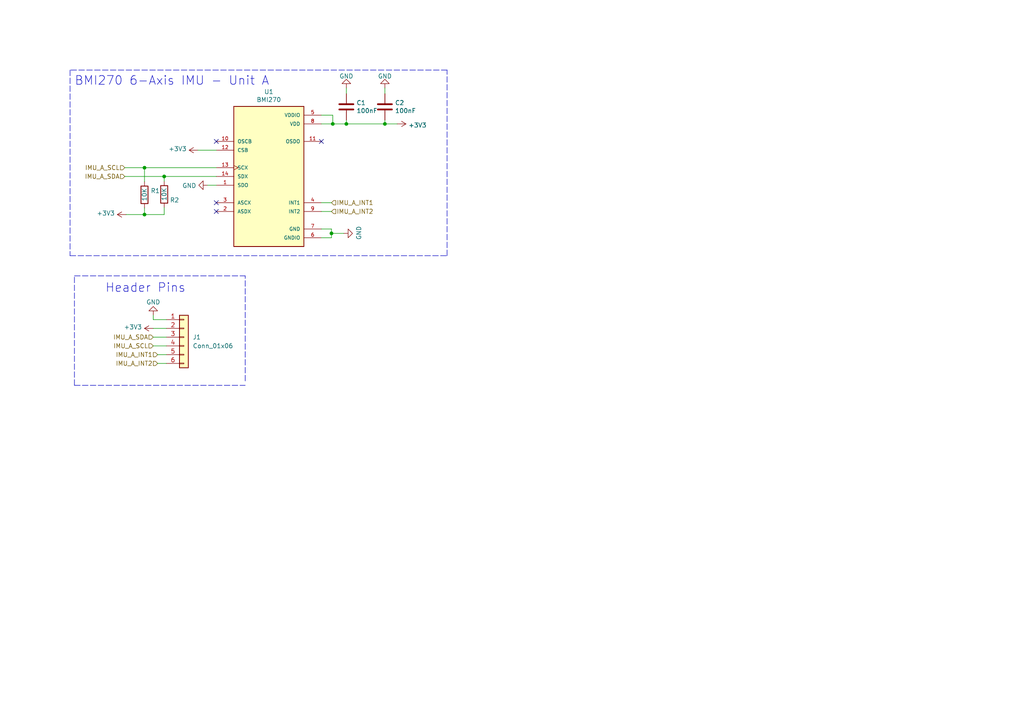
<source format=kicad_sch>
(kicad_sch (version 20211123) (generator eeschema)
  (paper "A4")
  (title_block (title "IMU Breakout Unit ") (rev "Rev 1.0") (company "Space@VT") (comment 1 "Edited by: Kylie Angel"))
  (lib_symbols
    (symbol "Connector_Generic:Conn_01x06" (pin_names (offset 1.016) hide)
      (property "Reference" "J" (at 0 7.62 0))
      (property "Value" "Conn_01x06" (at 0 -10.16 0))
      (symbol "Conn_01x06_1_1"
        (rectangle (start -1.27 -7.493) (end 0 -7.747) (stroke (width 0.1524)))
        (rectangle (start -1.27 -4.953) (end 0 -5.207) (stroke (width 0.1524)))
        (rectangle (start -1.27 -2.413) (end 0 -2.667) (stroke (width 0.1524)))
        (rectangle (start -1.27 0.127) (end 0 -0.127) (stroke (width 0.1524)))
        (rectangle (start -1.27 2.667) (end 0 2.413) (stroke (width 0.1524)))
        (rectangle (start -1.27 5.207) (end 0 4.953) (stroke (width 0.1524)))
        (rectangle (start -1.27 6.35) (end 1.27 -8.89) (stroke (width 0.254)) (fill (type background)))
        (pin passive line (at -5.08 5.08 0) (length 3.81) (name "Pin_1") (number "1"))
        (pin passive line (at -5.08 2.54 0) (length 3.81) (name "Pin_2") (number "2"))
        (pin passive line (at -5.08 0 0) (length 3.81) (name "Pin_3") (number "3"))
        (pin passive line (at -5.08 -2.54 0) (length 3.81) (name "Pin_4") (number "4"))
        (pin passive line (at -5.08 -5.08 0) (length 3.81) (name "Pin_5") (number "5"))
        (pin passive line (at -5.08 -7.62 0) (length 3.81) (name "Pin_6") (number "6"))
      )
    )
    (symbol "Device:C" (pin_numbers hide) (pin_names (offset 0.254))
      (property "Reference" "C" (at 0.635 2.54 0))
      (property "Value" "C" (at 0.635 -2.54 0))
      (symbol "C_0_1"
        (polyline (pts (xy -2.032 -0.762) (xy 2.032 -0.762)) (stroke (width 0.508)))
        (polyline (pts (xy -2.032 0.762) (xy 2.032 0.762)) (stroke (width 0.508)))
      )
      (symbol "C_1_1"
        (pin passive line (at 0 3.81 270) (length 2.794) (name "~") (number "1"))
        (pin passive line (at 0 -3.81 90) (length 2.794) (name "~") (number "2"))
      )
    )
    (symbol "Device:R" (pin_numbers hide) (pin_names (offset 0))
      (property "Reference" "R" (at 2.032 0 90))
      (property "Value" "R" (at 0 0 90))
      (symbol "R_0_1"
        (rectangle (start -1.016 -2.54) (end 1.016 2.54) (stroke (width 0.254)))
      )
      (symbol "R_1_1"
        (pin passive line (at 0 3.81 270) (length 1.27) (name "~") (number "1"))
        (pin passive line (at 0 -3.81 90) (length 1.27) (name "~") (number "2"))
      )
    )
    (symbol "InertialMeasurementUnits:BMI270" (pin_names (offset 1.016))
      (property "Reference" "U" (at -10.16 21.082 0))
      (property "Value" "InertialMeasurementUnits_BMI270" (at -10.16 -22.86 0))
      (symbol "BMI270_0_0"
        (rectangle (start -10.16 -20.32) (end 10.16 20.32) (stroke (width 0.254)) (fill (type background)))
        (pin bidirectional line (at -15.24 -2.54 0) (length 5.08) (name "SDO") (number "1"))
        (pin input line (at -15.24 10.16 0) (length 5.08) (name "OSCB") (number "10"))
        (pin output line (at 15.24 10.16 180) (length 5.08) (name "OSDO") (number "11"))
        (pin input line (at -15.24 7.62 0) (length 5.08) (name "CSB") (number "12"))
        (pin input clock (at -15.24 2.54 0) (length 5.08) (name "SCX") (number "13"))
        (pin bidirectional line (at -15.24 0 0) (length 5.08) (name "SDX") (number "14"))
        (pin bidirectional line (at -15.24 -10.16 0) (length 5.08) (name "ASDX") (number "2"))
        (pin bidirectional line (at -15.24 -7.62 0) (length 5.08) (name "ASCX") (number "3"))
        (pin bidirectional line (at 15.24 -7.62 180) (length 5.08) (name "INT1") (number "4"))
        (pin power_in line (at 15.24 17.78 180) (length 5.08) (name "VDDIO") (number "5"))
        (pin power_in line (at 15.24 -17.78 180) (length 5.08) (name "GNDIO") (number "6"))
        (pin power_in line (at 15.24 -15.24 180) (length 5.08) (name "GND") (number "7"))
        (pin power_in line (at 15.24 15.24 180) (length 5.08) (name "VDD") (number "8"))
        (pin bidirectional line (at 15.24 -10.16 180) (length 5.08) (name "INT2") (number "9"))
      )
    )
    (symbol "power:+3.3V" (power) (pin_names (offset 0))
      (property "Value" "+3.3V" (at 0 3.556 0))
      (symbol "+3.3V_0_1"
        (polyline (pts (xy -0.762 1.27) (xy 0 2.54)))
        (polyline (pts (xy 0 0) (xy 0 2.54)))
        (polyline (pts (xy 0 2.54) (xy 0.762 1.27)))
      )
      (symbol "+3.3V_1_1"
        (pin power_in line (at 0 0 90) (length 0) hide (name "+3V3") (number "1"))
      )
    )
    (symbol "power:GND" (power) (pin_names (offset 0))
      (property "Value" "GND" (at 0 -3.81 0))
      (symbol "GND_0_1"
        (polyline (pts (xy 0 0) (xy 0 -1.27) (xy 1.27 -1.27) (xy 0 -2.54) (xy -1.27 -1.27) (xy 0 -1.27)))
      )
      (symbol "GND_1_1"
        (pin power_in line (at 0 0 270) (length 0) hide (name "GND") (number "1"))
      )
    )
  )
  (junction (at 41.91 48.641))
  (junction (at 47.625 51.181))
  (junction (at 41.91 62.23))
  (junction (at 100.457 35.941))
  (junction (at 96.139 67.691))
  (junction (at 96.52 35.941))
  (junction (at 111.633 35.941))
  (no_connect (at 62.738 58.801))
  (no_connect (at 62.738 61.341))
  (no_connect (at 93.218 41.021))
  (no_connect (at 62.738 41.021))
  (wire (pts (xy 44.45 92.71) (xy 44.45 91.44)))
  (wire (pts (xy 57.404 43.561) (xy 62.738 43.561)))
  (wire (pts (xy 36.195 51.181) (xy 47.625 51.181)))
  (wire (pts (xy 47.625 51.181) (xy 62.738 51.181)))
  (wire (pts (xy 41.91 52.705) (xy 41.91 48.641)))
  (wire (pts (xy 48.26 92.71) (xy 44.45 92.71)))
  (wire (pts (xy 93.218 61.341) (xy 96.139 61.341)))
  (wire (pts (xy 96.52 33.401) (xy 96.52 35.941)))
  (wire (pts (xy 111.633 34.798) (xy 111.633 35.941)))
  (polyline (pts (xy 21.59 111.76) (xy 71.12 111.76)))
  (wire (pts (xy 45.72 102.87) (xy 48.26 102.87)))
  (polyline (pts (xy 21.59 80.01) (xy 71.12 80.01)))
  (wire (pts (xy 62.738 53.721) (xy 60.198 53.721)))
  (wire (pts (xy 44.45 95.25) (xy 48.26 95.25)))
  (wire (pts (xy 99.695 67.691) (xy 96.139 67.691)))
  (wire (pts (xy 41.91 48.641) (xy 62.738 48.641)))
  (wire (pts (xy 47.625 52.578) (xy 47.625 51.181)))
  (wire (pts (xy 96.52 35.941) (xy 100.457 35.941)))
  (wire (pts (xy 100.457 35.941) (xy 100.457 34.798)))
  (wire (pts (xy 93.218 66.421) (xy 96.139 66.421)))
  (wire (pts (xy 100.457 27.178) (xy 100.457 25.527)))
  (polyline (pts (xy 71.12 110.49) (xy 71.12 80.01)))
  (wire (pts (xy 111.633 27.178) (xy 111.633 25.527)))
  (wire (pts (xy 93.218 35.941) (xy 96.52 35.941)))
  (wire (pts (xy 93.218 68.961) (xy 96.139 68.961)))
  (wire (pts (xy 93.218 33.401) (xy 96.52 33.401)))
  (wire (pts (xy 45.72 105.41) (xy 48.26 105.41)))
  (wire (pts (xy 47.625 62.23) (xy 47.625 60.198)))
  (wire (pts (xy 36.195 48.641) (xy 41.91 48.641)))
  (polyline (pts (xy 129.667 74.168) (xy 129.667 20.32)))
  (wire (pts (xy 100.457 35.941) (xy 111.633 35.941)))
  (polyline (pts (xy 20.32 20.32) (xy 20.32 74.168)))
  (polyline (pts (xy 21.59 111.76) (xy 21.59 80.01)))
  (wire (pts (xy 111.633 35.941) (xy 115.189 35.941)))
  (wire (pts (xy 44.45 97.79) (xy 48.26 97.79)))
  (wire (pts (xy 36.576 62.23) (xy 41.91 62.23)))
  (wire (pts (xy 93.218 58.801) (xy 96.139 58.801)))
  (polyline (pts (xy 20.32 74.168) (xy 129.667 74.168)))
  (wire (pts (xy 96.139 67.691) (xy 96.139 68.961)))
  (wire (pts (xy 44.45 100.33) (xy 48.26 100.33)))
  (wire (pts (xy 41.91 62.23) (xy 47.625 62.23)))
  (wire (pts (xy 96.139 66.421) (xy 96.139 67.691)))
  (polyline (pts (xy 129.667 20.32) (xy 20.32 20.32)))
  (wire (pts (xy 41.91 60.325) (xy 41.91 62.23)))
  (text "BMI270 6-Axis IMU - Unit A" (at 21.59 25.019 0) (effects (font (size 2.54 2.54)) (justify left bottom)))
  (text "Header Pins" (at 30.48 85.09 0) (effects (font (size 2.54 2.54)) (justify left bottom)))
  (hierarchical_label "IMU_A_INT2" (shape input) (at 45.72 105.41 180))
  (hierarchical_label "IMU_A_SDA" (shape input) (at 36.195 51.181 180))
  (hierarchical_label "IMU_A_INT2" (shape input) (at 96.139 61.341 0))
  (hierarchical_label "IMU_A_INT1" (shape input) (at 45.72 102.87 180))
  (hierarchical_label "IMU_A_SDA" (shape input) (at 44.45 97.79 180))
  (hierarchical_label "IMU_A_SCL" (shape input) (at 36.195 48.641 180))
  (hierarchical_label "IMU_A_INT1" (shape input) (at 96.139 58.801 0))
  (hierarchical_label "IMU_A_SCL" (shape input) (at 44.45 100.33 180))
  (symbol (lib_id "Connector_Generic:Conn_01x06") (at 53.34 97.79 0) (unit 1)
    (property "Reference" "J1" (at 55.88 97.7899 0) (effects (justify left)))
    (property "Value" "Conn_01x06" (at 55.88 100.3299 0) (effects (justify left)))
    (property "Footprint" "Connector_PinHeader_2.54mm:PinHeader_1x06_P2.54mm_Vertical" (effects hide))
  )
  (symbol (lib_id "power:GND") (at 100.457 25.527 180) (unit 1)
    (property "Reference" "#PWR0106" (effects hide))
    (property "Value" "GND" (at 100.457 22.098 0))
  )
  (symbol (lib_id "power:+3.3V") (at 57.404 43.561 90) (unit 1)
    (property "Reference" "#PWR0103" (effects hide))
    (property "Value" "+3.3V" (at 54.1528 43.18 90) (effects (justify left)))
  )
  (symbol (lib_id "power:+3.3V") (at 36.576 62.23 90) (unit 1)
    (property "Reference" "#PWR0101" (effects hide))
    (property "Value" "+3.3V" (at 33.3248 61.849 90) (effects (justify left)))
  )
  (symbol (lib_id "Device:C") (at 100.457 30.988 0) (unit 1)
    (property "Reference" "C1" (at 103.378 29.8196 0) (effects (justify left)))
    (property "Value" "100nF" (at 103.378 32.131 0) (effects (justify left)))
    (property "Footprint" "Capacitor_SMD:C_0603_1608Metric" (effects hide))
    (property "Datasheet" "https://content.kemet.com/datasheets/KEM_C1002_X7R_SMD.pdf" (effects hide))
    (property "MPN" "C0603C104J4RAC7867" (effects hide))
  )
  (symbol (lib_id "power:GND") (at 99.695 67.691 90) (unit 1)
    (property "Reference" "#PWR0102" (effects hide))
    (property "Value" "GND" (at 104.0892 67.564 0))
  )
  (symbol (lib_id "Device:R") (at 47.625 56.388 0) (unit 1)
    (property "Reference" "R2" (at 49.276 58.039 0) (effects (justify left)))
    (property "Value" "10K" (at 47.625 58.293 90) (effects (justify left)))
    (property "Footprint" "Resistor_SMD:R_0603_1608Metric" (effects hide))
    (property "MPN" "RMCF0603FT10K0" (effects hide))
  )
  (symbol (lib_id "Device:C") (at 111.633 30.988 0) (unit 1)
    (property "Reference" "C2" (at 114.554 29.8196 0) (effects (justify left)))
    (property "Value" "100nF" (at 114.554 32.131 0) (effects (justify left)))
    (property "Footprint" "Capacitor_SMD:C_0603_1608Metric" (effects hide))
    (property "Datasheet" "https://content.kemet.com/datasheets/KEM_C1002_X7R_SMD.pdf" (effects hide))
    (property "MPN" "C0603C104J4RAC7867" (effects hide))
  )
  (symbol (lib_id "power:GND") (at 44.45 91.44 180) (unit 1)
    (property "Reference" "#PWR0108" (effects hide))
    (property "Value" "GND" (at 44.45 87.63 0))
  )
  (symbol (lib_id "power:+3.3V") (at 115.189 35.941 270) (unit 1)
    (property "Reference" "#PWR0107" (effects hide))
    (property "Value" "+3.3V" (at 118.4402 36.322 90) (effects (justify left)))
  )
  (symbol (lib_id "power:GND") (at 60.198 53.721 270) (unit 1)
    (property "Reference" "#PWR0104" (effects hide))
    (property "Value" "GND" (at 56.9468 53.848 90) (effects (justify right)))
  )
  (symbol (lib_id "InertialMeasurementUnits:BMI270") (at 77.978 51.181 0) (unit 1)
    (property "Reference" "U1" (at 77.978 26.6192 0))
    (property "Value" "BMI270" (at 77.978 28.9306 0))
    (property "Footprint" "IMU:XDCR_BMI270" (effects hide))
    (property "Datasheet" "https://www.bosch-sensortec.com/media/boschsensortec/downloads/datasheets/bst-bmi270-ds000.pdf" (effects hide))
    (property "MAXIMUM_PACKAGE_HEIGHT" "0.87mm" (effects hide))
    (property "STANDARD" "Manufacturer Recommendations" (effects hide))
    (property "MANUFACTURER" "Bosch Sensortec" (effects hide))
    (property "PATREV" "1.0" (effects hide))
  )
  (symbol (lib_id "Device:R") (at 41.91 56.515 0) (unit 1)
    (property "Reference" "R1" (at 43.688 55.3466 0) (effects (justify left)))
    (property "Value" "10K" (at 41.91 58.42 90) (effects (justify left)))
    (property "Footprint" "Resistor_SMD:R_0603_1608Metric" (effects hide))
    (property "MPN" "RMCF0603FT10K0" (effects hide))
  )
  (symbol (lib_id "power:GND") (at 111.633 25.527 180) (unit 1)
    (property "Reference" "#PWR0105" (effects hide))
    (property "Value" "GND" (at 111.633 22.098 0))
  )
  (symbol (lib_id "power:+3.3V") (at 44.45 95.25 90) (unit 1)
    (property "Reference" "#PWR0109" (effects hide))
    (property "Value" "+3.3V" (at 41.1988 94.869 90) (effects (justify left)))
  )
)
</source>
